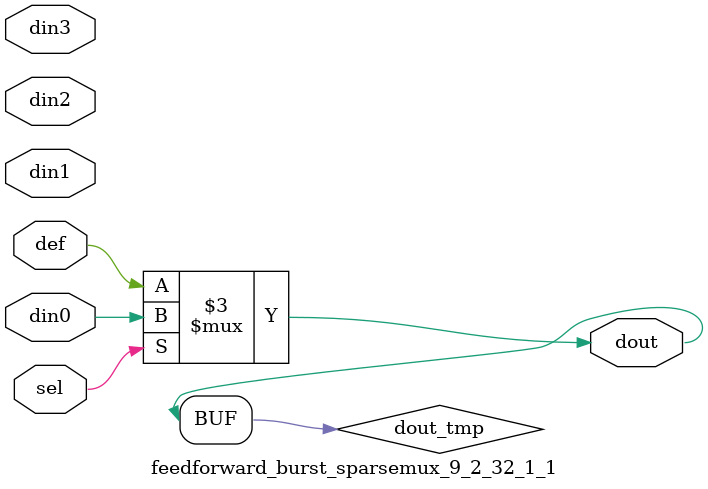
<source format=v>
`timescale 1ns / 1ps

module feedforward_burst_sparsemux_9_2_32_1_1 (din0,din1,din2,din3,def,sel,dout);

parameter din0_WIDTH = 1;

parameter din1_WIDTH = 1;

parameter din2_WIDTH = 1;

parameter din3_WIDTH = 1;

parameter def_WIDTH = 1;
parameter sel_WIDTH = 1;
parameter dout_WIDTH = 1;

parameter [sel_WIDTH-1:0] CASE0 = 1;

parameter [sel_WIDTH-1:0] CASE1 = 1;

parameter [sel_WIDTH-1:0] CASE2 = 1;

parameter [sel_WIDTH-1:0] CASE3 = 1;

parameter ID = 1;
parameter NUM_STAGE = 1;



input [din0_WIDTH-1:0] din0;

input [din1_WIDTH-1:0] din1;

input [din2_WIDTH-1:0] din2;

input [din3_WIDTH-1:0] din3;

input [def_WIDTH-1:0] def;
input [sel_WIDTH-1:0] sel;

output [dout_WIDTH-1:0] dout;



reg [dout_WIDTH-1:0] dout_tmp;


always @ (*) begin
(* parallel_case *) case (sel)
    
    CASE0 : dout_tmp = din0;
    
    CASE1 : dout_tmp = din1;
    
    CASE2 : dout_tmp = din2;
    
    CASE3 : dout_tmp = din3;
    
    default : dout_tmp = def;
endcase
end


assign dout = dout_tmp;



endmodule

</source>
